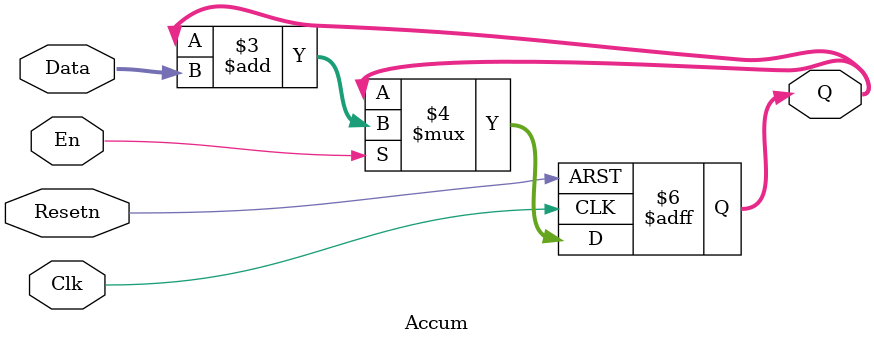
<source format=sv>

module Accum #(parameter int n=4) (
    // Inputs
    input logic Clk,  // Clock signal
    input logic Resetn,  // Active-low reset signal
    input logic En,  // Enable signal
    input logic [n-1:0] Data,  // Input data (n bits)
    
    // Outputs
    output logic [n-1:0] Q  // Accumulated result (n bits)a
);
    // Assignments
    // always_ff block triggered on positive clock edge or negative Resetn edge
    always_ff @(posedge Clk or negedge Resetn) begin
        if (~Resetn) begin
            // When Resetn is low, reset Q to 0
            Q <= '0;
        end else if (En) begin
            // When En is high, accumulate Data into Q
            Q <= Q + Data;
        end
    end
endmodule

</source>
